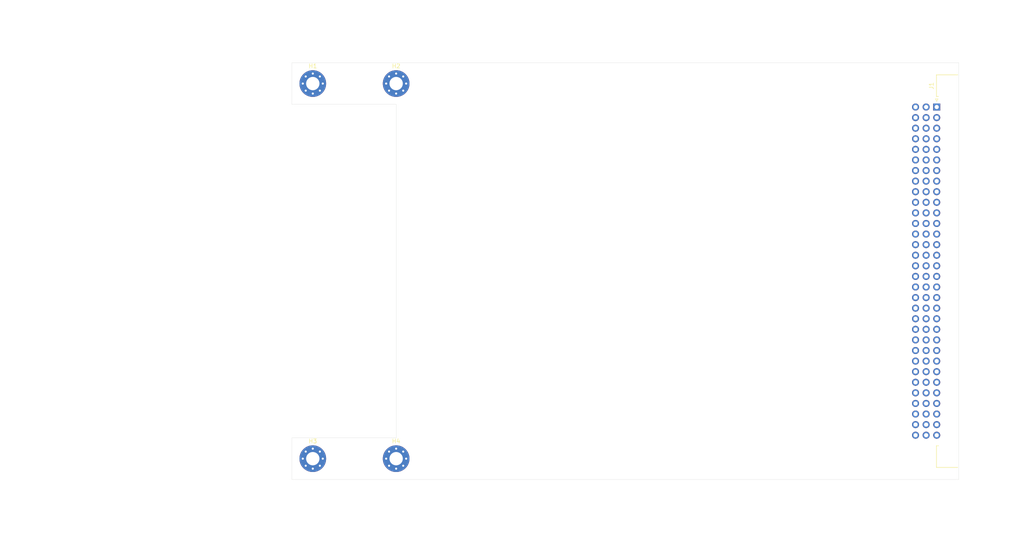
<source format=kicad_pcb>
(kicad_pcb (version 20200119) (host pcbnew "(5.99.0-1402-gb1ac504fc)")

  (general
    (thickness 1.6)
    (drawings 103)
    (tracks 0)
    (modules 5)
    (nets 1)
  )

  (page "A4")
  (layers
    (0 "F.Cu" signal)
    (31 "B.Cu" signal)
    (32 "B.Adhes" user)
    (33 "F.Adhes" user)
    (34 "B.Paste" user)
    (35 "F.Paste" user)
    (36 "B.SilkS" user)
    (37 "F.SilkS" user)
    (38 "B.Mask" user)
    (39 "F.Mask" user)
    (40 "Dwgs.User" user)
    (41 "Cmts.User" user)
    (42 "Eco1.User" user)
    (43 "Eco2.User" user)
    (44 "Edge.Cuts" user)
    (45 "Margin" user)
    (46 "B.CrtYd" user)
    (47 "F.CrtYd" user)
    (48 "B.Fab" user)
    (49 "F.Fab" user)
  )

  (setup
    (last_trace_width 0.25)
    (trace_clearance 0.2)
    (zone_clearance 0.508)
    (zone_45_only no)
    (trace_min 0.2)
    (via_size 0.8)
    (via_drill 0.4)
    (via_min_size 0.4)
    (via_min_drill 0.3)
    (uvia_size 0.3)
    (uvia_drill 0.1)
    (uvias_allowed no)
    (uvia_min_size 0.2)
    (uvia_min_drill 0.1)
    (max_error 0.005)
    (defaults
      (edge_clearance 0.01)
      (edge_cuts_line_width 0.05)
      (courtyard_line_width 0.05)
      (copper_line_width 0.2)
      (copper_text_dims (size 1.5 1.5) (thickness 0.3))
      (silk_line_width 0.12)
      (silk_text_dims (size 1 1) (thickness 0.15))
      (other_layers_line_width 0.1)
      (other_layers_text_dims (size 1 1) (thickness 0.15))
      (dimension_units 0)
      (dimension_precision 1)
    )
    (pad_size 1.7 1.7)
    (pad_drill 1)
    (pad_to_mask_clearance 0.05)
    (aux_axis_origin 0 0)
    (visible_elements FFFFFF7F)
    (pcbplotparams
      (layerselection 0x010fc_ffffffff)
      (usegerberextensions false)
      (usegerberattributes true)
      (usegerberadvancedattributes true)
      (creategerberjobfile true)
      (excludeedgelayer true)
      (linewidth 0.150000)
      (plotframeref false)
      (viasonmask false)
      (mode 1)
      (useauxorigin false)
      (hpglpennumber 1)
      (hpglpenspeed 20)
      (hpglpendiameter 15.000000)
      (psnegative false)
      (psa4output false)
      (plotreference true)
      (plotvalue true)
      (plotinvisibletext false)
      (padsonsilk false)
      (subtractmaskfromsilk false)
      (outputformat 1)
      (mirror false)
      (drillshape 1)
      (scaleselection 1)
      (outputdirectory "")
    )
  )

  (net 0 "")

  (net_class "Default" "This is the default net class."
    (clearance 0.2)
    (trace_width 0.25)
    (via_dia 0.8)
    (via_drill 0.4)
    (uvia_dia 0.3)
    (uvia_drill 0.1)
  )

  (module "DIN41612_B_3x32_Horizontal" (layer "F.Cu") (tedit 5EA62425) (tstamp 1cdbbd71-6a56-439c-89c8-40aed378c15c)
    (at 244.7 40.63 -90)
    (descr "DIN 41612 connector, type B, horizontal, 32 pins wide, 2 rows, full configuration")
    (tags "DIN 41512 IEC 60603 B")
    (fp_text reference "J1" (at -5.08 1.27 -90) (layer "F.SilkS")
      (effects (font (size 1 1) (thickness 0.15)))
    )
    (fp_text value "DIN41612_B_3x32_Horizontal" (at 39.37 8.9 -90) (layer "F.Fab")
      (effects (font (size 1 1) (thickness 0.15)))
    )
    (fp_line (start -2.53 -0.44) (end -2.53 0.06) (layer "F.SilkS") (width 0.15))
    (fp_line (start -2.53 0.06) (end -7.73 0.06) (layer "F.SilkS") (width 0.15))
    (fp_line (start -7.73 0.06) (end -7.73 -5.04) (layer "F.SilkS") (width 0.15))
    (fp_line (start 81.27 -0.44) (end 81.27 0.06) (layer "F.SilkS") (width 0.15))
    (fp_line (start 81.27 0.06) (end 86.47 0.06) (layer "F.SilkS") (width 0.15))
    (fp_line (start 86.47 0.06) (end 86.47 -5.04) (layer "F.SilkS") (width 0.15))
    (fp_line (start -1.35 0) (end -1.95 -0.3) (layer "F.SilkS") (width 0.12))
    (fp_line (start -1.95 -0.3) (end -1.95 0.3) (layer "F.SilkS") (width 0.12))
    (fp_line (start -1.95 0.3) (end -1.35 0) (layer "F.SilkS") (width 0.12))
    (fp_line (start -2.63 -0.54) (end -2.63 -0.04) (layer "F.Fab") (width 0.1))
    (fp_line (start -2.63 -0.04) (end -7.63 -0.04) (layer "F.Fab") (width 0.1))
    (fp_line (start -7.63 -0.04) (end -7.63 -5.04) (layer "F.Fab") (width 0.1))
    (fp_line (start -7.63 -5.04) (end -4.38 -5.04) (layer "F.Fab") (width 0.1))
    (fp_line (start -4.38 -5.04) (end -4.38 -12.74) (layer "F.Fab") (width 0.1))
    (fp_line (start -4.38 -12.74) (end 83.12 -12.74) (layer "F.Fab") (width 0.1))
    (fp_line (start 83.12 -12.74) (end 83.12 -5.04) (layer "F.Fab") (width 0.1))
    (fp_line (start 83.12 -5.04) (end 86.37 -5.04) (layer "F.Fab") (width 0.1))
    (fp_line (start 86.37 -5.04) (end 86.37 -0.04) (layer "F.Fab") (width 0.1))
    (fp_line (start 86.37 -0.04) (end 81.37 -0.04) (layer "F.Fab") (width 0.1))
    (fp_line (start 81.37 -0.04) (end 81.37 -0.54) (layer "F.Fab") (width 0.1))
    (fp_line (start 81.37 -0.54) (end -2.63 -0.54) (layer "F.Fab") (width 0.1))
    (fp_line (start -1.35 6.43) (end -1.35 0.46) (layer "F.CrtYd") (width 0.05))
    (fp_line (start -1.35 0.46) (end -8.13 0.46) (layer "F.CrtYd") (width 0.05))
    (fp_line (start -8.13 0.46) (end -8.13 -5.54) (layer "F.CrtYd") (width 0.05))
    (fp_line (start -8.13 -5.54) (end -4.88 -5.54) (layer "F.CrtYd") (width 0.05))
    (fp_line (start -4.88 -5.54) (end -4.88 -13.24) (layer "F.CrtYd") (width 0.05))
    (fp_line (start -4.88 -13.24) (end 83.62 -13.24) (layer "F.CrtYd") (width 0.05))
    (fp_line (start 83.62 -13.24) (end 83.62 -5.54) (layer "F.CrtYd") (width 0.05))
    (fp_line (start 83.62 -5.54) (end 86.87 -5.54) (layer "F.CrtYd") (width 0.05))
    (fp_line (start 86.87 -5.54) (end 86.87 0.46) (layer "F.CrtYd") (width 0.05))
    (fp_line (start 86.87 0.46) (end 80.87 0.46) (layer "F.CrtYd") (width 0.05))
    (fp_line (start 80.87 0.46) (end 80.09 0.46) (layer "F.CrtYd") (width 0.05))
    (fp_line (start 80.09 0.46) (end 80.09 6.43) (layer "F.CrtYd") (width 0.05))
    (fp_line (start 80.09 6.43) (end -1.35 6.43) (layer "F.CrtYd") (width 0.05))
    (fp_line (start -4.38 -5.3) (end 83.12 -5.3) (layer "Dwgs.User") (width 0.08))
    (fp_line (start 39.37 -6.8) (end 39.37 -5.4) (layer "Cmts.User") (width 0.1))
    (fp_line (start 39.17 -5.9) (end 39.37 -5.4) (layer "Cmts.User") (width 0.1))
    (fp_line (start 39.37 -5.4) (end 39.57 -5.9) (layer "Cmts.User") (width 0.1))
    (fp_text user "${REFERENCE}" (at 39.37 -2.54 -90) (layer "F.Fab")
      (effects (font (size 1 1) (thickness 0.15)))
    )
    (fp_text user "Board edge" (at 39.37 -7.3 -90) (layer "Cmts.User")
      (effects (font (size 0.7 0.7) (thickness 0.1)))
    )
    (pad "" np_thru_hole circle (at 83.82 -2.54 270) (size 2.8 2.8) (drill 2.8) (layers *.Cu *.Mask) (tstamp 73dea05a-6531-46d3-a197-0e807f003930))
    (pad "" np_thru_hole circle (at -5.08 -2.54 270) (size 2.8 2.8) (drill 2.8) (layers *.Cu *.Mask) (tstamp 54b2292e-eb34-4c0b-a9d6-58be02005da9))
    (pad "b32" thru_hole circle (at 78.74 2.54 270) (size 1.7 1.7) (drill 1) (layers *.Cu *.Mask) (tstamp e6585354-a4ec-434c-96ae-f56cd3c15443))
    (pad "a32" thru_hole circle (at 78.74 0 270) (size 1.7 1.7) (drill 1) (layers *.Cu *.Mask) (tstamp 4c3e35c2-107e-4cf9-bc6f-4668b7e1984d))
    (pad "b31" thru_hole circle (at 76.2 2.54 270) (size 1.7 1.7) (drill 1) (layers *.Cu *.Mask) (tstamp 1872f5a8-2adf-4eed-94a2-6ac1d784bbbe))
    (pad "a31" thru_hole circle (at 76.2 0 270) (size 1.7 1.7) (drill 1) (layers *.Cu *.Mask) (tstamp 325097fb-6bd0-400f-af94-d8bc9332c0a1))
    (pad "b30" thru_hole circle (at 73.66 2.54 270) (size 1.7 1.7) (drill 1) (layers *.Cu *.Mask) (tstamp 85fe6c6b-36d2-4bf7-a9ae-91dbd9d5b38e))
    (pad "a30" thru_hole circle (at 73.66 0 270) (size 1.7 1.7) (drill 1) (layers *.Cu *.Mask) (tstamp e0ec1241-43dd-4a4a-8bad-eb4d533422fd))
    (pad "b29" thru_hole circle (at 71.12 2.54 270) (size 1.7 1.7) (drill 1) (layers *.Cu *.Mask) (tstamp eb27bbc9-7221-47f1-bf7b-a5e74ddfa4a4))
    (pad "a29" thru_hole circle (at 71.12 0 270) (size 1.7 1.7) (drill 1) (layers *.Cu *.Mask) (tstamp e61e17a4-552e-46f0-9f0c-6cb171e5ce3d))
    (pad "b28" thru_hole circle (at 68.58 2.54 270) (size 1.7 1.7) (drill 1) (layers *.Cu *.Mask) (tstamp 111f1048-a327-4be6-aef1-e06ed66f9224))
    (pad "a28" thru_hole circle (at 68.58 0 270) (size 1.7 1.7) (drill 1) (layers *.Cu *.Mask) (tstamp 66f120a8-f2e5-4023-8c3c-c00ffbefccb4))
    (pad "b27" thru_hole circle (at 66.04 2.54 270) (size 1.7 1.7) (drill 1) (layers *.Cu *.Mask) (tstamp d225af73-409a-4b7b-bb0f-1f4e9627e844))
    (pad "a27" thru_hole circle (at 66.04 0 270) (size 1.7 1.7) (drill 1) (layers *.Cu *.Mask) (tstamp c9eee169-946b-45a2-a83c-b52267e59021))
    (pad "b26" thru_hole circle (at 63.5 2.54 270) (size 1.7 1.7) (drill 1) (layers *.Cu *.Mask) (tstamp 992eccf1-28fc-4d8c-bb21-6ca5a7caf6cc))
    (pad "a26" thru_hole circle (at 63.5 0 270) (size 1.7 1.7) (drill 1) (layers *.Cu *.Mask) (tstamp a9b48071-5ab0-4a1d-971c-e23546909456))
    (pad "b25" thru_hole circle (at 60.96 2.54 270) (size 1.7 1.7) (drill 1) (layers *.Cu *.Mask) (tstamp 4de000fa-2220-4190-9cd1-40d5b27f7abf))
    (pad "a25" thru_hole circle (at 60.96 0 270) (size 1.7 1.7) (drill 1) (layers *.Cu *.Mask) (tstamp 367c1380-c203-4541-b9e1-19c80c106dc8))
    (pad "b24" thru_hole circle (at 58.42 2.54 270) (size 1.7 1.7) (drill 1) (layers *.Cu *.Mask) (tstamp 05228886-9078-410e-b1c3-570dfab26393))
    (pad "a24" thru_hole circle (at 58.42 0 270) (size 1.7 1.7) (drill 1) (layers *.Cu *.Mask) (tstamp b258f065-29ac-48e3-b917-4531f312f54d))
    (pad "b23" thru_hole circle (at 55.88 2.54 270) (size 1.7 1.7) (drill 1) (layers *.Cu *.Mask) (tstamp 3f221e68-3bce-47ca-bf00-6ba9f2ddb570))
    (pad "a23" thru_hole circle (at 55.88 0 270) (size 1.7 1.7) (drill 1) (layers *.Cu *.Mask) (tstamp c73201fd-1b14-45b5-a22f-8364f4890488))
    (pad "b22" thru_hole circle (at 53.34 2.54 270) (size 1.7 1.7) (drill 1) (layers *.Cu *.Mask) (tstamp e9f2fd35-5765-4314-8f5d-bf198669e09e))
    (pad "a22" thru_hole circle (at 53.34 0 270) (size 1.7 1.7) (drill 1) (layers *.Cu *.Mask) (tstamp c6458092-6d80-42bc-9438-1ea606c38a9c))
    (pad "b21" thru_hole circle (at 50.8 2.54 270) (size 1.7 1.7) (drill 1) (layers *.Cu *.Mask) (tstamp 04c10e9c-305b-46b5-80fe-ef05246d5eb3))
    (pad "a21" thru_hole circle (at 50.8 0 270) (size 1.7 1.7) (drill 1) (layers *.Cu *.Mask) (tstamp 55201f55-a90e-483e-804b-da7404fae75a))
    (pad "b20" thru_hole circle (at 48.26 2.54 270) (size 1.7 1.7) (drill 1) (layers *.Cu *.Mask) (tstamp 7925dac4-64a8-4230-a18a-1216131071a9))
    (pad "a20" thru_hole circle (at 48.26 0 270) (size 1.7 1.7) (drill 1) (layers *.Cu *.Mask) (tstamp f5e542e4-7056-4159-87c0-4a2781ba49a5))
    (pad "b19" thru_hole circle (at 45.72 2.54 270) (size 1.7 1.7) (drill 1) (layers *.Cu *.Mask) (tstamp 8cd41079-1b4b-4835-ae01-f31df54b770c))
    (pad "a19" thru_hole circle (at 45.72 0 270) (size 1.7 1.7) (drill 1) (layers *.Cu *.Mask) (tstamp 55734f36-ea71-4aed-9c13-e5b0de343534))
    (pad "b18" thru_hole circle (at 43.18 2.54 270) (size 1.7 1.7) (drill 1) (layers *.Cu *.Mask) (tstamp fd2f98f6-2279-4704-b67a-cf71415d4be9))
    (pad "a18" thru_hole circle (at 43.18 0 270) (size 1.7 1.7) (drill 1) (layers *.Cu *.Mask) (tstamp 4b71438d-a61d-40cd-8fba-5586d5175505))
    (pad "b17" thru_hole circle (at 40.64 2.54 270) (size 1.7 1.7) (drill 1) (layers *.Cu *.Mask) (tstamp 14cb4881-5928-4535-859a-57c26a58be2d))
    (pad "a17" thru_hole circle (at 40.64 0 270) (size 1.7 1.7) (drill 1) (layers *.Cu *.Mask) (tstamp 8f66387f-033d-4bf8-b431-474cba102213))
    (pad "b16" thru_hole circle (at 38.1 2.54 270) (size 1.7 1.7) (drill 1) (layers *.Cu *.Mask) (tstamp 99654624-31fe-45ce-8140-13393b28b889))
    (pad "a16" thru_hole circle (at 38.1 0 270) (size 1.7 1.7) (drill 1) (layers *.Cu *.Mask) (tstamp b5885f06-4dce-460d-8259-9f355a55eeb9))
    (pad "b15" thru_hole circle (at 35.56 2.54 270) (size 1.7 1.7) (drill 1) (layers *.Cu *.Mask) (tstamp 7af7057e-37d5-41cd-9032-d04dff1b7215))
    (pad "a15" thru_hole circle (at 35.56 0 270) (size 1.7 1.7) (drill 1) (layers *.Cu *.Mask) (tstamp 0a5e29aa-8540-48de-89d6-e5122c62d1c1))
    (pad "b14" thru_hole circle (at 33.02 2.54 270) (size 1.7 1.7) (drill 1) (layers *.Cu *.Mask) (tstamp 0e1d0dbb-0a40-4c71-9503-059dfb5afd93))
    (pad "a14" thru_hole circle (at 33.02 0 270) (size 1.7 1.7) (drill 1) (layers *.Cu *.Mask) (tstamp 8bf123f1-5347-42f3-94e3-d753e976c4b5))
    (pad "b13" thru_hole circle (at 30.48 2.54 270) (size 1.7 1.7) (drill 1) (layers *.Cu *.Mask) (tstamp 276a85b9-7912-4c39-bd8b-0eaff8ac0ab2))
    (pad "a13" thru_hole circle (at 30.48 0 270) (size 1.7 1.7) (drill 1) (layers *.Cu *.Mask) (tstamp dffd5784-bfb3-459e-a707-cb6d3a4df1a8))
    (pad "b12" thru_hole circle (at 27.94 2.54 270) (size 1.7 1.7) (drill 1) (layers *.Cu *.Mask) (tstamp c524d100-a85f-43c6-b149-6e85e0017c3e))
    (pad "a12" thru_hole circle (at 27.94 0 270) (size 1.7 1.7) (drill 1) (layers *.Cu *.Mask) (tstamp ad6c2cc2-f7de-4804-820a-a526815152f1))
    (pad "b11" thru_hole circle (at 25.4 2.54 270) (size 1.7 1.7) (drill 1) (layers *.Cu *.Mask) (tstamp 4e49fd65-11dc-4948-8f30-9096682d1a1d))
    (pad "a11" thru_hole circle (at 25.4 0 270) (size 1.7 1.7) (drill 1) (layers *.Cu *.Mask) (tstamp 0215574e-637e-4394-854a-3505de47dd06))
    (pad "b10" thru_hole circle (at 22.86 2.54 270) (size 1.7 1.7) (drill 1) (layers *.Cu *.Mask) (tstamp b199164c-a84a-418c-b42f-906d23b3daf7))
    (pad "a10" thru_hole circle (at 22.86 0 270) (size 1.7 1.7) (drill 1) (layers *.Cu *.Mask) (tstamp 9b43eb33-b5fa-44cc-a9d0-60cfd3765038))
    (pad "b9" thru_hole circle (at 20.32 2.54 270) (size 1.7 1.7) (drill 1) (layers *.Cu *.Mask) (tstamp 81c6ac24-242a-449b-bb16-6fad1ac73c41))
    (pad "a9" thru_hole circle (at 20.32 0 270) (size 1.7 1.7) (drill 1) (layers *.Cu *.Mask) (tstamp 98527274-0c3a-45fc-b02d-efa4257bfd18))
    (pad "b8" thru_hole circle (at 17.78 2.54 270) (size 1.7 1.7) (drill 1) (layers *.Cu *.Mask) (tstamp ce144e01-6a82-44e4-b70c-809cdbc20a3e))
    (pad "a8" thru_hole circle (at 17.78 0 270) (size 1.7 1.7) (drill 1) (layers *.Cu *.Mask) (tstamp 31cd8ab5-da30-4319-b06f-f3e2a0341478))
    (pad "b7" thru_hole circle (at 15.24 2.54 270) (size 1.7 1.7) (drill 1) (layers *.Cu *.Mask) (tstamp dd1f6bce-8b37-45cc-af1b-3e87160b9747))
    (pad "a7" thru_hole circle (at 15.24 0 270) (size 1.7 1.7) (drill 1) (layers *.Cu *.Mask) (tstamp 563ffac9-f8ba-4aab-bcca-54431e092389))
    (pad "b6" thru_hole circle (at 12.7 2.54 270) (size 1.7 1.7) (drill 1) (layers *.Cu *.Mask) (tstamp 5a34350f-6c92-4a38-a932-782b770caf49))
    (pad "a6" thru_hole circle (at 12.7 0 270) (size 1.7 1.7) (drill 1) (layers *.Cu *.Mask) (tstamp 536004c6-ee96-4835-a331-e32f41a6c718))
    (pad "b5" thru_hole circle (at 10.16 2.54 270) (size 1.7 1.7) (drill 1) (layers *.Cu *.Mask) (tstamp d30857ef-bce2-473f-9d3a-b26a1b50fa31))
    (pad "a5" thru_hole circle (at 10.16 0 270) (size 1.7 1.7) (drill 1) (layers *.Cu *.Mask) (tstamp 962b9bd9-f229-4b3c-a140-04383e5f570c))
    (pad "b4" thru_hole circle (at 7.62 2.54 270) (size 1.7 1.7) (drill 1) (layers *.Cu *.Mask) (tstamp ecb432c2-db8c-4150-ac8d-b7ae190c28ef))
    (pad "a4" thru_hole circle (at 7.62 0 270) (size 1.7 1.7) (drill 1) (layers *.Cu *.Mask) (tstamp 6a4f8990-90b3-47ed-a5bf-68d1f711b11c))
    (pad "b3" thru_hole circle (at 5.08 2.54 270) (size 1.7 1.7) (drill 1) (layers *.Cu *.Mask) (tstamp 448f5298-3c47-4219-8ba2-dcb4608910e7))
    (pad "a3" thru_hole circle (at 5.08 0 270) (size 1.7 1.7) (drill 1) (layers *.Cu *.Mask) (tstamp da70dff1-e22f-464a-a50c-3cb7ae2661a7))
    (pad "b2" thru_hole circle (at 2.54 2.54 270) (size 1.7 1.7) (drill 1) (layers *.Cu *.Mask) (tstamp 6ff878aa-bd6b-4103-b462-46ae4a8444a7))
    (pad "a2" thru_hole circle (at 2.54 0 270) (size 1.7 1.7) (drill 1) (layers *.Cu *.Mask) (tstamp 7ba6a694-b091-4b88-9bb3-05844e6bec22))
    (pad "b1" thru_hole circle (at 0 2.54 270) (size 1.7 1.7) (drill 1) (layers *.Cu *.Mask) (tstamp 50bc1f5f-db9b-4c8c-add5-db68aae7f3ef))
    (pad "a1" thru_hole rect (at 0 0 270) (size 1.7 1.7) (drill 1) (layers *.Cu *.Mask) (tstamp cd1e51c6-13b8-4ebf-bd6f-0a2cdd43c38a))
    (pad "c26" thru_hole circle (at 63.5 5.08 270) (size 1.7 1.7) (drill 1) (layers *.Cu *.Mask) (tstamp 992eccf1-28fc-4d8c-bb21-6ca5a7caf6cc))
    (pad "c25" thru_hole circle (at 60.96 5.08 270) (size 1.7 1.7) (drill 1) (layers *.Cu *.Mask) (tstamp 4de000fa-2220-4190-9cd1-40d5b27f7abf))
    (pad "c27" thru_hole circle (at 66.04 5.08 270) (size 1.7 1.7) (drill 1) (layers *.Cu *.Mask) (tstamp d225af73-409a-4b7b-bb0f-1f4e9627e844))
    (pad "c6" thru_hole circle (at 12.7 5.08 270) (size 1.7 1.7) (drill 1) (layers *.Cu *.Mask) (tstamp 5a34350f-6c92-4a38-a932-782b770caf49))
    (pad "c5" thru_hole circle (at 10.16 5.08 270) (size 1.7 1.7) (drill 1) (layers *.Cu *.Mask) (tstamp d30857ef-bce2-473f-9d3a-b26a1b50fa31))
    (pad "c1" thru_hole circle (at 0 5.08 270) (size 1.7 1.7) (drill 1) (layers *.Cu *.Mask) (tstamp 50bc1f5f-db9b-4c8c-add5-db68aae7f3ef))
    (pad "c15" thru_hole circle (at 35.56 5.08 270) (size 1.7 1.7) (drill 1) (layers *.Cu *.Mask) (tstamp 7af7057e-37d5-41cd-9032-d04dff1b7215))
    (pad "c14" thru_hole circle (at 33.02 5.08 270) (size 1.7 1.7) (drill 1) (layers *.Cu *.Mask) (tstamp 0e1d0dbb-0a40-4c71-9503-059dfb5afd93))
    (pad "c4" thru_hole circle (at 7.62 5.08 270) (size 1.7 1.7) (drill 1) (layers *.Cu *.Mask) (tstamp ecb432c2-db8c-4150-ac8d-b7ae190c28ef))
    (pad "c3" thru_hole circle (at 5.08 5.08 270) (size 1.7 1.7) (drill 1) (layers *.Cu *.Mask) (tstamp 448f5298-3c47-4219-8ba2-dcb4608910e7))
    (pad "c2" thru_hole circle (at 2.54 5.08 270) (size 1.7 1.7) (drill 1) (layers *.Cu *.Mask) (tstamp 6ff878aa-bd6b-4103-b462-46ae4a8444a7))
    (pad "c18" thru_hole circle (at 43.18 5.08 270) (size 1.7 1.7) (drill 1) (layers *.Cu *.Mask) (tstamp fd2f98f6-2279-4704-b67a-cf71415d4be9))
    (pad "c31" thru_hole circle (at 76.2 5.08 270) (size 1.7 1.7) (drill 1) (layers *.Cu *.Mask) (tstamp 1872f5a8-2adf-4eed-94a2-6ac1d784bbbe))
    (pad "c11" thru_hole circle (at 25.4 5.08 270) (size 1.7 1.7) (drill 1) (layers *.Cu *.Mask) (tstamp 4e49fd65-11dc-4948-8f30-9096682d1a1d))
    (pad "c10" thru_hole circle (at 22.86 5.08 270) (size 1.7 1.7) (drill 1) (layers *.Cu *.Mask) (tstamp b199164c-a84a-418c-b42f-906d23b3daf7))
    (pad "c23" thru_hole circle (at 55.88 5.08 270) (size 1.7 1.7) (drill 1) (layers *.Cu *.Mask) (tstamp 3f221e68-3bce-47ca-bf00-6ba9f2ddb570))
    (pad "c22" thru_hole circle (at 53.34 5.08 270) (size 1.7 1.7) (drill 1) (layers *.Cu *.Mask) (tstamp e9f2fd35-5765-4314-8f5d-bf198669e09e))
    (pad "c24" thru_hole circle (at 58.42 5.08 270) (size 1.7 1.7) (drill 1) (layers *.Cu *.Mask) (tstamp 05228886-9078-410e-b1c3-570dfab26393))
    (pad "c20" thru_hole circle (at 48.26 5.08 270) (size 1.7 1.7) (drill 1) (layers *.Cu *.Mask) (tstamp 7925dac4-64a8-4230-a18a-1216131071a9))
    (pad "c19" thru_hole circle (at 45.72 5.08 270) (size 1.7 1.7) (drill 1) (layers *.Cu *.Mask) (tstamp 8cd41079-1b4b-4835-ae01-f31df54b770c))
    (pad "c9" thru_hole circle (at 20.32 5.08 270) (size 1.7 1.7) (drill 1) (layers *.Cu *.Mask) (tstamp 81c6ac24-242a-449b-bb16-6fad1ac73c41))
    (pad "c8" thru_hole circle (at 17.78 5.08 270) (size 1.7 1.7) (drill 1) (layers *.Cu *.Mask) (tstamp ce144e01-6a82-44e4-b70c-809cdbc20a3e))
    (pad "c7" thru_hole circle (at 15.24 5.08 270) (size 1.7 1.7) (drill 1) (layers *.Cu *.Mask) (tstamp dd1f6bce-8b37-45cc-af1b-3e87160b9747))
    (pad "c17" thru_hole circle (at 40.64 5.08 270) (size 1.7 1.7) (drill 1) (layers *.Cu *.Mask) (tstamp 14cb4881-5928-4535-859a-57c26a58be2d))
    (pad "c16" thru_hole circle (at 38.1 5.08 270) (size 1.7 1.7) (drill 1) (layers *.Cu *.Mask) (tstamp 99654624-31fe-45ce-8140-13393b28b889))
    (pad "c29" thru_hole circle (at 71.12 5.08 270) (size 1.7 1.7) (drill 1) (layers *.Cu *.Mask) (tstamp eb27bbc9-7221-47f1-bf7b-a5e74ddfa4a4))
    (pad "c28" thru_hole circle (at 68.58 5.08 270) (size 1.7 1.7) (drill 1) (layers *.Cu *.Mask) (tstamp 111f1048-a327-4be6-aef1-e06ed66f9224))
    (pad "c30" thru_hole circle (at 73.66 5.08 270) (size 1.7 1.7) (drill 1) (layers *.Cu *.Mask) (tstamp 85fe6c6b-36d2-4bf7-a9ae-91dbd9d5b38e))
    (pad "c13" thru_hole circle (at 30.48 5.08 270) (size 1.7 1.7) (drill 1) (layers *.Cu *.Mask) (tstamp 276a85b9-7912-4c39-bd8b-0eaff8ac0ab2))
    (pad "c12" thru_hole circle (at 27.94 5.08 270) (size 1.7 1.7) (drill 1) (layers *.Cu *.Mask) (tstamp c524d100-a85f-43c6-b149-6e85e0017c3e))
    (pad "c21" thru_hole circle (at 50.8 5.08 270) (size 1.7 1.7) (drill 1) (layers *.Cu *.Mask) (tstamp 04c10e9c-305b-46b5-80fe-ef05246d5eb3))
    (pad "c32" thru_hole circle (at 78.74 5.08 270) (size 1.7 1.7) (drill 1) (layers *.Cu *.Mask) (tstamp e6585354-a4ec-434c-96ae-f56cd3c15443))
    (model "${KISYS3DMOD}/Connector_DIN.3dshapes/DIN41612_B_2x32_Horizontal.wrl"
      (at (xyz 0 0 0))
      (scale (xyz 1 1 1))
      (rotate (xyz 0 0 0))
    )
  )

  (module "MountingHole_3.2mm_M3_Pad_Via" (layer "F.Cu") (tedit 56DDBCCA) (tstamp 7a0f5b35-588e-451c-9b27-f8f151b136ec)
    (at 115 125)
    (descr "Mounting Hole 3.2mm, M3")
    (tags "mounting hole 3.2mm m3")
    (attr virtual)
    (fp_text reference "H4" (at 0 -4.2) (layer "F.SilkS")
      (effects (font (size 1 1) (thickness 0.15)))
    )
    (fp_text value "MountingHole_3.2mm_M3_Pad_Via" (at 0 4.2) (layer "F.Fab")
      (effects (font (size 1 1) (thickness 0.15)))
    )
    (fp_circle (center 0 0) (end 3.45 0) (layer "F.CrtYd") (width 0.05))
    (fp_circle (center 0 0) (end 3.2 0) (layer "Cmts.User") (width 0.15))
    (fp_text user "${REFERENCE}" (at 0.3 0) (layer "F.Fab")
      (effects (font (size 1 1) (thickness 0.15)))
    )
    (pad "1" thru_hole circle (at 0 0) (size 6.4 6.4) (drill 3.2) (layers *.Cu *.Mask) (tstamp 65ec38a3-edcc-476c-bcfa-408b0ddbc6e2))
    (pad "1" thru_hole circle (at 2.4 0) (size 0.8 0.8) (drill 0.5) (layers *.Cu *.Mask) (tstamp 80bd13e6-8e1b-414a-9ae3-84611bced91f))
    (pad "1" thru_hole circle (at 1.697056 1.697056) (size 0.8 0.8) (drill 0.5) (layers *.Cu *.Mask) (tstamp ddefdc23-7a3d-48c6-a735-6e5ca83377da))
    (pad "1" thru_hole circle (at 0 2.4) (size 0.8 0.8) (drill 0.5) (layers *.Cu *.Mask) (tstamp 20e5cdfe-f63a-425e-9362-522a6ceacddf))
    (pad "1" thru_hole circle (at -1.697056 1.697056) (size 0.8 0.8) (drill 0.5) (layers *.Cu *.Mask) (tstamp 0b79dd75-e339-4f39-9175-5cd393c6c06f))
    (pad "1" thru_hole circle (at -2.4 0) (size 0.8 0.8) (drill 0.5) (layers *.Cu *.Mask) (tstamp 809fe681-597c-4e09-a67e-7d63dcaabcf2))
    (pad "1" thru_hole circle (at -1.697056 -1.697056) (size 0.8 0.8) (drill 0.5) (layers *.Cu *.Mask) (tstamp 5e762e08-c1d2-48c2-abe8-94e23ed3ee16))
    (pad "1" thru_hole circle (at 0 -2.4) (size 0.8 0.8) (drill 0.5) (layers *.Cu *.Mask) (tstamp 712f7a8c-646d-43a8-ab98-d7655021d0c2))
    (pad "1" thru_hole circle (at 1.697056 -1.697056) (size 0.8 0.8) (drill 0.5) (layers *.Cu *.Mask) (tstamp a5e8b853-6ddb-49b0-b4ce-2caba68edde4))
  )

  (module "MountingHole_3.2mm_M3_Pad_Via" (layer "F.Cu") (tedit 56DDBCCA) (tstamp 03fe7860-6f8b-48d4-98b5-1de62a3b4c83)
    (at 95 125)
    (descr "Mounting Hole 3.2mm, M3")
    (tags "mounting hole 3.2mm m3")
    (attr virtual)
    (fp_text reference "H3" (at 0 -4.2) (layer "F.SilkS")
      (effects (font (size 1 1) (thickness 0.15)))
    )
    (fp_text value "MountingHole_3.2mm_M3_Pad_Via" (at 0 4.2) (layer "F.Fab")
      (effects (font (size 1 1) (thickness 0.15)))
    )
    (fp_text user "${REFERENCE}" (at 0.3 0) (layer "F.Fab")
      (effects (font (size 1 1) (thickness 0.15)))
    )
    (fp_circle (center 0 0) (end 3.2 0) (layer "Cmts.User") (width 0.15))
    (fp_circle (center 0 0) (end 3.45 0) (layer "F.CrtYd") (width 0.05))
    (pad "1" thru_hole circle (at 1.697056 -1.697056) (size 0.8 0.8) (drill 0.5) (layers *.Cu *.Mask) (tstamp a5e8b853-6ddb-49b0-b4ce-2caba68edde4))
    (pad "1" thru_hole circle (at 0 -2.4) (size 0.8 0.8) (drill 0.5) (layers *.Cu *.Mask) (tstamp 712f7a8c-646d-43a8-ab98-d7655021d0c2))
    (pad "1" thru_hole circle (at -1.697056 -1.697056) (size 0.8 0.8) (drill 0.5) (layers *.Cu *.Mask) (tstamp 5e762e08-c1d2-48c2-abe8-94e23ed3ee16))
    (pad "1" thru_hole circle (at -2.4 0) (size 0.8 0.8) (drill 0.5) (layers *.Cu *.Mask) (tstamp 809fe681-597c-4e09-a67e-7d63dcaabcf2))
    (pad "1" thru_hole circle (at -1.697056 1.697056) (size 0.8 0.8) (drill 0.5) (layers *.Cu *.Mask) (tstamp 0b79dd75-e339-4f39-9175-5cd393c6c06f))
    (pad "1" thru_hole circle (at 0 2.4) (size 0.8 0.8) (drill 0.5) (layers *.Cu *.Mask) (tstamp 20e5cdfe-f63a-425e-9362-522a6ceacddf))
    (pad "1" thru_hole circle (at 1.697056 1.697056) (size 0.8 0.8) (drill 0.5) (layers *.Cu *.Mask) (tstamp ddefdc23-7a3d-48c6-a735-6e5ca83377da))
    (pad "1" thru_hole circle (at 2.4 0) (size 0.8 0.8) (drill 0.5) (layers *.Cu *.Mask) (tstamp 80bd13e6-8e1b-414a-9ae3-84611bced91f))
    (pad "1" thru_hole circle (at 0 0) (size 6.4 6.4) (drill 3.2) (layers *.Cu *.Mask) (tstamp 65ec38a3-edcc-476c-bcfa-408b0ddbc6e2))
  )

  (module "MountingHole_3.2mm_M3_Pad_Via" (layer "F.Cu") (tedit 56DDBCCA) (tstamp 49ee4baa-9fab-46fe-908d-3732931e69de)
    (at 115 35)
    (descr "Mounting Hole 3.2mm, M3")
    (tags "mounting hole 3.2mm m3")
    (attr virtual)
    (fp_text reference "H2" (at 0 -4.2) (layer "F.SilkS")
      (effects (font (size 1 1) (thickness 0.15)))
    )
    (fp_text value "MountingHole_3.2mm_M3_Pad_Via" (at 0 4.2) (layer "F.Fab")
      (effects (font (size 1 1) (thickness 0.15)))
    )
    (fp_circle (center 0 0) (end 3.45 0) (layer "F.CrtYd") (width 0.05))
    (fp_circle (center 0 0) (end 3.2 0) (layer "Cmts.User") (width 0.15))
    (fp_text user "${REFERENCE}" (at 0.3 0) (layer "F.Fab")
      (effects (font (size 1 1) (thickness 0.15)))
    )
    (pad "1" thru_hole circle (at 0 0) (size 6.4 6.4) (drill 3.2) (layers *.Cu *.Mask) (tstamp 65ec38a3-edcc-476c-bcfa-408b0ddbc6e2))
    (pad "1" thru_hole circle (at 2.4 0) (size 0.8 0.8) (drill 0.5) (layers *.Cu *.Mask) (tstamp 80bd13e6-8e1b-414a-9ae3-84611bced91f))
    (pad "1" thru_hole circle (at 1.697056 1.697056) (size 0.8 0.8) (drill 0.5) (layers *.Cu *.Mask) (tstamp ddefdc23-7a3d-48c6-a735-6e5ca83377da))
    (pad "1" thru_hole circle (at 0 2.4) (size 0.8 0.8) (drill 0.5) (layers *.Cu *.Mask) (tstamp 20e5cdfe-f63a-425e-9362-522a6ceacddf))
    (pad "1" thru_hole circle (at -1.697056 1.697056) (size 0.8 0.8) (drill 0.5) (layers *.Cu *.Mask) (tstamp 0b79dd75-e339-4f39-9175-5cd393c6c06f))
    (pad "1" thru_hole circle (at -2.4 0) (size 0.8 0.8) (drill 0.5) (layers *.Cu *.Mask) (tstamp 809fe681-597c-4e09-a67e-7d63dcaabcf2))
    (pad "1" thru_hole circle (at -1.697056 -1.697056) (size 0.8 0.8) (drill 0.5) (layers *.Cu *.Mask) (tstamp 5e762e08-c1d2-48c2-abe8-94e23ed3ee16))
    (pad "1" thru_hole circle (at 0 -2.4) (size 0.8 0.8) (drill 0.5) (layers *.Cu *.Mask) (tstamp 712f7a8c-646d-43a8-ab98-d7655021d0c2))
    (pad "1" thru_hole circle (at 1.697056 -1.697056) (size 0.8 0.8) (drill 0.5) (layers *.Cu *.Mask) (tstamp a5e8b853-6ddb-49b0-b4ce-2caba68edde4))
  )

  (module "MountingHole_3.2mm_M3_Pad_Via" (layer "F.Cu") (tedit 56DDBCCA) (tstamp 560ab074-b98d-4f4c-8208-e497d4a44369)
    (at 95 35)
    (descr "Mounting Hole 3.2mm, M3")
    (tags "mounting hole 3.2mm m3")
    (attr virtual)
    (fp_text reference "H1" (at 0 -4.2) (layer "F.SilkS")
      (effects (font (size 1 1) (thickness 0.15)))
    )
    (fp_text value "MountingHole_3.2mm_M3_Pad_Via" (at 0 4.2) (layer "F.Fab")
      (effects (font (size 1 1) (thickness 0.15)))
    )
    (fp_text user "${REFERENCE}" (at 0.3 0) (layer "F.Fab")
      (effects (font (size 1 1) (thickness 0.15)))
    )
    (fp_circle (center 0 0) (end 3.2 0) (layer "Cmts.User") (width 0.15))
    (fp_circle (center 0 0) (end 3.45 0) (layer "F.CrtYd") (width 0.05))
    (pad "1" thru_hole circle (at 1.697056 -1.697056) (size 0.8 0.8) (drill 0.5) (layers *.Cu *.Mask) (tstamp a5e8b853-6ddb-49b0-b4ce-2caba68edde4))
    (pad "1" thru_hole circle (at 0 -2.4) (size 0.8 0.8) (drill 0.5) (layers *.Cu *.Mask) (tstamp 712f7a8c-646d-43a8-ab98-d7655021d0c2))
    (pad "1" thru_hole circle (at -1.697056 -1.697056) (size 0.8 0.8) (drill 0.5) (layers *.Cu *.Mask) (tstamp 5e762e08-c1d2-48c2-abe8-94e23ed3ee16))
    (pad "1" thru_hole circle (at -2.4 0) (size 0.8 0.8) (drill 0.5) (layers *.Cu *.Mask) (tstamp 809fe681-597c-4e09-a67e-7d63dcaabcf2))
    (pad "1" thru_hole circle (at -1.697056 1.697056) (size 0.8 0.8) (drill 0.5) (layers *.Cu *.Mask) (tstamp 0b79dd75-e339-4f39-9175-5cd393c6c06f))
    (pad "1" thru_hole circle (at 0 2.4) (size 0.8 0.8) (drill 0.5) (layers *.Cu *.Mask) (tstamp 20e5cdfe-f63a-425e-9362-522a6ceacddf))
    (pad "1" thru_hole circle (at 1.697056 1.697056) (size 0.8 0.8) (drill 0.5) (layers *.Cu *.Mask) (tstamp ddefdc23-7a3d-48c6-a735-6e5ca83377da))
    (pad "1" thru_hole circle (at 2.4 0) (size 0.8 0.8) (drill 0.5) (layers *.Cu *.Mask) (tstamp 80bd13e6-8e1b-414a-9ae3-84611bced91f))
    (pad "1" thru_hole circle (at 0 0) (size 6.4 6.4) (drill 3.2) (layers *.Cu *.Mask) (tstamp 65ec38a3-edcc-476c-bcfa-408b0ddbc6e2))
  )

  (dimension 5 (width 0.1) (layer "Dwgs.User") (tstamp 2c74e227-6f4f-4056-ad0d-7fa2c3849d47)
    (gr_text "5.000 mm" (at 121.25 32.5 270) (layer "Dwgs.User") (tstamp 2c74e227-6f4f-4056-ad0d-7fa2c3849d47)
      (effects (font (size 1 1) (thickness 0.15)))
    )
    (feature1 (pts (xy 115 35) (xy 120.586421 35)))
    (feature2 (pts (xy 115 30) (xy 120.586421 30)))
    (crossbar (pts (xy 120 30) (xy 120 35)))
    (arrow1a (pts (xy 120 35) (xy 119.413579 33.873496)))
    (arrow1b (pts (xy 120 35) (xy 120.586421 33.873496)))
    (arrow2a (pts (xy 120 30) (xy 119.413579 31.126504)))
    (arrow2b (pts (xy 120 30) (xy 120.586421 31.126504)))
  )
  (gr_poly (pts (xy 95 27) (xy 89 27) (xy 89 23) (xy 95 23)) (layer "Dwgs.User") (width 0.1) (tstamp bc7fdb85-cfa9-4889-bcc6-3d211f7c6bcd))
  (gr_text "RAF M0171-SS\nor equiv" (at 80 146) (layer "Dwgs.User") (tstamp a248d4a0-fcea-4c08-b387-fe4655b60509)
    (effects (font (size 1 1) (thickness 0.15)))
  )
  (gr_line (start 93 138) (end 93.5 137.75) (layer "Dwgs.User") (width 0.1) (tstamp da94335c-fb6b-45ae-a4d9-6352c3e66636))
  (gr_line (start 93 138) (end 93.25 138.5) (layer "Dwgs.User") (width 0.1) (tstamp 2b58065d-677d-4eae-855a-8048b72acdd5))
  (gr_line (start 97 139) (end 93 138) (layer "Dwgs.User") (width 0.1) (tstamp efba5e5e-ea7f-432f-8cb1-e60b0ad2f1b1))
  (gr_text "spacer, 5mm×ID=4mm\nwelded to chassis" (at 106 139) (layer "Dwgs.User") (tstamp f9a99cf9-68f6-4f5d-8886-3d5602b59f2e)
    (effects (font (size 1 1) (thickness 0.15)))
  )
  (gr_poly (pts (xy 95 137) (xy 89 137) (xy 89 133) (xy 95 133)) (layer "Dwgs.User") (width 0.1) (tstamp 46f40275-5a29-451d-92dc-dde28db5f7a8))
  (gr_text "hole dia 2.5mm\ntap M3x0.5" (at 106 135) (layer "Dwgs.User") (tstamp 9f4151a7-88e2-4118-8559-2ebd11030a14)
    (effects (font (size 1 1) (thickness 0.15)))
  )
  (gr_text "Bend radius" (at 60 38) (layer "Dwgs.User") (tstamp 24f4b936-3c41-4897-8e3b-3ee6bfb00703)
    (effects (font (size 1 1) (thickness 0.15)))
  )
  (gr_line (start 51 38) (end 55 38) (layer "Dwgs.User") (width 0.1) (tstamp a70fbed1-abae-4d28-ab33-c3189bbb0e97))
  (gr_line (start 51 38) (end 51.5 38.5) (layer "Dwgs.User") (width 0.1) (tstamp 6a632456-2a09-48e5-8398-183686db1448))
  (gr_line (start 51 38) (end 51.5 37.5) (layer "Dwgs.User") (width 0.1) (tstamp b04f33cf-95ea-41d4-9c4f-71ae9dbb8fbd))
  (gr_line (start 51 31) (end 51 39) (layer "Dwgs.User") (width 0.1) (tstamp 55018119-4846-46b7-81b5-daf9540a50f1))
  (dimension 12 (width 0.1) (layer "Dwgs.User") (tstamp 0b42a070-f969-497e-bfb5-d961121a0bff)
    (gr_text "12.000 mm" (at 56 26.25) (layer "Dwgs.User") (tstamp 0b42a070-f969-497e-bfb5-d961121a0bff)
      (effects (font (size 1 1) (thickness 0.15)))
    )
    (feature1 (pts (xy 62 25) (xy 62 25.586421)))
    (feature2 (pts (xy 50 25) (xy 50 25.586421)))
    (crossbar (pts (xy 50 25) (xy 62 25)))
    (arrow1a (pts (xy 62 25) (xy 60.873496 25.586421)))
    (arrow1b (pts (xy 62 25) (xy 60.873496 24.413579)))
    (arrow2a (pts (xy 50 25) (xy 51.126504 25.586421)))
    (arrow2b (pts (xy 50 25) (xy 51.126504 24.413579)))
  )
  (dimension 5 (width 0.1) (layer "Dwgs.User") (tstamp fa38f6bb-a397-455f-8874-218a7257a822)
    (gr_text "5.000 mm" (at 67.25 22.5 270) (layer "Dwgs.User") (tstamp fa38f6bb-a397-455f-8874-218a7257a822)
      (effects (font (size 1 1) (thickness 0.15)))
    )
    (feature1 (pts (xy 62 25) (xy 66.586421 25)))
    (feature2 (pts (xy 62 20) (xy 66.586421 20)))
    (crossbar (pts (xy 66 20) (xy 66 25)))
    (arrow1a (pts (xy 66 25) (xy 65.413579 23.873496)))
    (arrow1b (pts (xy 66 25) (xy 66.586421 23.873496)))
    (arrow2a (pts (xy 66 20) (xy 65.413579 21.126504)))
    (arrow2b (pts (xy 66 20) (xy 66.586421 21.126504)))
  )
  (gr_text "d=3.2mm" (at 34 125) (layer "Dwgs.User") (tstamp 276c66f7-5a96-4d5f-b2ef-bda90be0253b)
    (effects (font (size 1 1) (thickness 0.15)))
  )
  (gr_text "d=3.2mm\nno tap" (at 34 35) (layer "Dwgs.User") (tstamp aeb50144-e3e6-4bbf-9fcf-241b67f8a036)
    (effects (font (size 1 1) (thickness 0.15)))
  )
  (gr_text "d=2.5mm\ntap M3x0.5" (at 62 22) (layer "Dwgs.User") (tstamp ee9a6a0a-a9a6-4f7e-be7a-b3ef2130bf00)
    (effects (font (size 1 1) (thickness 0.15)))
  )
  (dimension 20 (width 0.1) (layer "Dwgs.User") (tstamp 5a1953dc-9ada-489b-a08d-c5e5ecd99bda)
    (gr_text "20.000 mm" (at 33 30.750001) (layer "Dwgs.User") (tstamp 5a1953dc-9ada-489b-a08d-c5e5ecd99bda)
      (effects (font (size 1 1) (thickness 0.15)))
    )
    (feature1 (pts (xy 23 35) (xy 23 31.41358)))
    (feature2 (pts (xy 43 35) (xy 43 31.41358)))
    (crossbar (pts (xy 43 32.000001) (xy 23 32.000001)))
    (arrow1a (pts (xy 23 32.000001) (xy 24.126504 31.41358)))
    (arrow1b (pts (xy 23 32.000001) (xy 24.126504 32.586422)))
    (arrow2a (pts (xy 43 32.000001) (xy 41.873496 31.41358)))
    (arrow2b (pts (xy 43 32.000001) (xy 41.873496 32.586422)))
  )
  (dimension 7 (width 0.1) (layer "Dwgs.User") (tstamp 721164bf-f1b9-4997-ae28-bf6c6386aae4)
    (gr_text "7.000 mm" (at 46.5 30.75) (layer "Dwgs.User") (tstamp 721164bf-f1b9-4997-ae28-bf6c6386aae4)
      (effects (font (size 1 1) (thickness 0.15)))
    )
    (feature1 (pts (xy 50 35) (xy 50 31.413579)))
    (feature2 (pts (xy 43 35) (xy 43 31.413579)))
    (crossbar (pts (xy 43 32) (xy 50 32)))
    (arrow1a (pts (xy 50 32) (xy 48.873496 32.586421)))
    (arrow1b (pts (xy 50 32) (xy 48.873496 31.413579)))
    (arrow2a (pts (xy 43 32) (xy 44.126504 32.586421)))
    (arrow2b (pts (xy 43 32) (xy 44.126504 31.413579)))
  )
  (dimension 5 (width 0.1) (layer "Dwgs.User") (tstamp 2de64dd1-27a9-4cb4-b11f-27aee655e3ad)
    (gr_text "5.000 mm" (at 92.5 42.25) (layer "Dwgs.User") (tstamp 2de64dd1-27a9-4cb4-b11f-27aee655e3ad)
      (effects (font (size 1 1) (thickness 0.15)))
    )
    (feature1 (pts (xy 95 40) (xy 95 41.586421)))
    (feature2 (pts (xy 90 40) (xy 90 41.586421)))
    (crossbar (pts (xy 90 41) (xy 95 41)))
    (arrow1a (pts (xy 95 41) (xy 93.873496 41.586421)))
    (arrow1b (pts (xy 95 41) (xy 93.873496 40.413579)))
    (arrow2a (pts (xy 90 41) (xy 91.126504 41.586421)))
    (arrow2b (pts (xy 90 41) (xy 91.126504 40.413579)))
  )
  (dimension 25 (width 0.1) (layer "Dwgs.User") (tstamp 1bd847d4-6260-431d-a6f2-5d481d1f8fd4)
    (gr_text "25.000 mm" (at 102.5 45.25) (layer "Dwgs.User") (tstamp 1bd847d4-6260-431d-a6f2-5d481d1f8fd4)
      (effects (font (size 1 1) (thickness 0.15)))
    )
    (feature1 (pts (xy 115 40) (xy 115 44.586421)))
    (feature2 (pts (xy 90 40) (xy 90 44.586421)))
    (crossbar (pts (xy 90 44) (xy 115 44)))
    (arrow1a (pts (xy 115 44) (xy 113.873496 44.586421)))
    (arrow1b (pts (xy 115 44) (xy 113.873496 43.413579)))
    (arrow2a (pts (xy 90 44) (xy 91.126504 44.586421)))
    (arrow2b (pts (xy 90 44) (xy 91.126504 43.413579)))
  )
  (dimension 100 (width 0.1) (layer "Dwgs.User") (tstamp 272ffe5d-ee40-41ca-b775-0788fa872c52)
    (gr_text "100.000 mm" (at 264.25 80 270) (layer "Dwgs.User") (tstamp 272ffe5d-ee40-41ca-b775-0788fa872c52)
      (effects (font (size 1 1) (thickness 0.15)))
    )
    (feature1 (pts (xy 250 130) (xy 263.586421 130)))
    (feature2 (pts (xy 250 30) (xy 263.586421 30)))
    (crossbar (pts (xy 263 30) (xy 263 130)))
    (arrow1a (pts (xy 263 130) (xy 262.413579 128.873496)))
    (arrow1b (pts (xy 263 130) (xy 263.586421 128.873496)))
    (arrow2a (pts (xy 263 30) (xy 262.413579 31.126504)))
    (arrow2b (pts (xy 263 30) (xy 263.586421 31.126504)))
  )
  (dimension 160 (width 0.1) (layer "Dwgs.User") (tstamp 181589d4-412d-473c-8ed2-fdcba421a4f3)
    (gr_text "160.000 mm" (at 170 132.25) (layer "Dwgs.User") (tstamp 181589d4-412d-473c-8ed2-fdcba421a4f3)
      (effects (font (size 1 1) (thickness 0.15)))
    )
    (feature1 (pts (xy 250 130) (xy 250 131.586421)))
    (feature2 (pts (xy 90 130) (xy 90 131.586421)))
    (crossbar (pts (xy 90 131) (xy 250 131)))
    (arrow1a (pts (xy 250 131) (xy 248.873496 131.586421)))
    (arrow1b (pts (xy 250 131) (xy 248.873496 130.413579)))
    (arrow2a (pts (xy 90 131) (xy 91.126504 131.586421)))
    (arrow2b (pts (xy 90 131) (xy 91.126504 130.413579)))
  )
  (gr_text "Full copper fill\nboth sides" (at 105 125) (layer "Dwgs.User") (tstamp b5af5d69-50dd-48a0-9535-97076e3ae376)
    (effects (font (size 1.5 1) (thickness 0.15)))
  )
  (gr_text "Full copper fill\nboth sides" (at 105 35) (layer "Dwgs.User") (tstamp ca7d60c5-8900-4fbd-9487-e45e6969bbcb)
    (effects (font (size 1.5 1) (thickness 0.15)))
  )
  (gr_arc (start 50.5 131.5) (end 50.5 131) (angle -90) (layer "Dwgs.User") (width 0.1) (tstamp 2cd84751-3742-4581-b71e-85df1e9cf23b))
  (gr_arc (start 50.5 118.5) (end 50 118.5) (angle -90) (layer "Dwgs.User") (width 0.1) (tstamp 75716eda-3f05-465f-873c-bfc2f223fed0))
  (gr_arc (start 50.5 41.5) (end 50.5 41) (angle -90) (layer "Dwgs.User") (width 0.1) (tstamp ee6971a5-bcb9-4b82-9de9-91a0002baf72))
  (gr_arc (start 50.5 28.5) (end 50 28.5) (angle -90) (layer "Dwgs.User") (width 0.1) (tstamp bd98d4b8-4b02-47e7-8ebd-e35b11891fab))
  (gr_arc (start 52.5 29.5) (end 52.5 30) (angle -180) (layer "Dwgs.User") (width 0.1) (tstamp dabafa2e-dbd7-4c0a-92ba-7d0696a0430b))
  (gr_arc (start 52.5 40.5) (end 52.5 41) (angle -180) (layer "Dwgs.User") (width 0.1) (tstamp a3ecd614-60d8-4e17-87ce-d1a236a02eb6))
  (gr_arc (start 52.5 119.5) (end 52.5 120) (angle -180) (layer "Dwgs.User") (width 0.1) (tstamp 4ac387b0-9369-42d2-9357-44a9a0c92a2f))
  (gr_arc (start 52.5 130.5) (end 52.5 131) (angle -180) (layer "Dwgs.User") (width 0.1) (tstamp 862cae56-6566-4c82-945d-d187de57fff4))
  (gr_arc (start 73 139) (end 73 140) (angle -90) (layer "Dwgs.User") (width 0.1) (tstamp 9274ab56-7e4b-46f8-bf54-b2538d246633))
  (gr_arc (start 51 139) (end 50 139) (angle -90) (layer "Dwgs.User") (width 0.1) (tstamp efa210f2-51fb-404d-9179-4cb84ca6b9fb))
  (gr_arc (start 73 21) (end 74 21) (angle -90) (layer "Dwgs.User") (width 0.1) (tstamp d02cdce1-cfd5-4e2c-9fab-9327a6adc783))
  (gr_arc (start 51 21) (end 51 20) (angle -90) (layer "Dwgs.User") (width 0.1) (tstamp 47fea5d7-ba32-473d-adbf-4690e7d17f06))
  (gr_text "optional short cut" (at 37 80 90) (layer "Dwgs.User") (tstamp 54e969cf-066d-4304-a5d1-66631eaab204)
    (effects (font (size 1.5 1.5) (thickness 0.15) italic))
  )
  (gr_line (start 39 15) (end 39 145) (layer "Dwgs.User") (width 0.1) (tstamp 20912b40-17e9-4f25-99c2-c3c470d66656))
  (gr_circle (center 43 125) (end 44.6 125) (layer "Dwgs.User") (width 0.1) (tstamp d04d2e2d-52a4-4596-8384-70993d935db1))
  (gr_circle (center 23 125) (end 24.6 125) (layer "Dwgs.User") (width 0.1) (tstamp d82748c1-cb0a-4a95-9154-8d910d544138))
  (gr_circle (center 23 35) (end 24.6 35) (layer "Dwgs.User") (width 0.1) (tstamp 5853d8bd-0142-4b82-9a27-79a49545d94d))
  (gr_circle (center 43 35) (end 44.6 35) (layer "Dwgs.User") (width 0.1) (tstamp cd8ee17e-9180-40e2-a71a-f99a270143f0))
  (gr_line (start 52.5 30) (end 50 30) (layer "Dwgs.User") (width 0.1) (tstamp c75baa54-93f5-4103-ba25-bd30c2e80053))
  (gr_line (start 50.5 29) (end 52.5 29) (layer "Dwgs.User") (width 0.1) (tstamp 0b2d8ec3-3fd1-4f3c-a6bd-315bcd5179de))
  (gr_line (start 52.5 40) (end 50 40) (layer "Dwgs.User") (width 0.1) (tstamp d6145a3a-469d-4370-87b0-4b87bd88df1d))
  (gr_line (start 50.5 41) (end 52.5 41) (layer "Dwgs.User") (width 0.1) (tstamp 54333b7e-2cf1-4e5f-b233-05845b671315))
  (gr_line (start 52.5 130) (end 50 130) (layer "Dwgs.User") (width 0.1) (tstamp a61b7555-6ecc-4d04-aadf-87d3c56daff4))
  (gr_line (start 50.5 131) (end 52.5 131) (layer "Dwgs.User") (width 0.1) (tstamp 895dc09a-954b-49d5-bb41-e9369d1bf136))
  (gr_line (start 52.5 120) (end 50 120) (layer "Dwgs.User") (width 0.1) (tstamp b0a720db-cc94-41c9-84f8-51ad0e080f7c))
  (gr_line (start 50.5 119) (end 52.5 119) (layer "Dwgs.User") (width 0.1) (tstamp 0760afb0-6dfa-4d3a-a9ea-a1fba905a2e5))
  (gr_line (start 50 131.5) (end 50 139) (layer "Dwgs.User") (width 0.1) (tstamp 2dc4e37c-27d6-4345-b7f7-3907096ae87b))
  (gr_line (start 20 130) (end 50 130) (layer "Dwgs.User") (width 0.1) (tstamp f5b30b04-7bf4-4382-a0cf-ca464ec39082))
  (gr_line (start 20 120) (end 20 130) (layer "Dwgs.User") (width 0.1) (tstamp c6163b69-4335-4d21-a705-c619d6634fb5))
  (gr_line (start 50 120) (end 20 120) (layer "Dwgs.User") (width 0.1) (tstamp c5e376fa-7e25-4236-971b-396db2a1fb04))
  (gr_line (start 50 41.5) (end 50 118.5) (layer "Dwgs.User") (width 0.1) (tstamp 1528e48c-ba27-4a3a-ae28-234e66dcdb6a))
  (gr_line (start 20 40) (end 50 40) (layer "Dwgs.User") (width 0.1) (tstamp 66f46ec3-73cf-489c-a4a9-44f37b711ba2))
  (gr_line (start 20 30) (end 20 40) (layer "Dwgs.User") (width 0.1) (tstamp b13ffa37-b944-4bfa-b598-f9f349c2cf38))
  (gr_line (start 50 30) (end 20 30) (layer "Dwgs.User") (width 0.1) (tstamp a17d030d-b936-4317-b43a-190726c61f0c))
  (gr_line (start 50 21) (end 50 28.5) (layer "Dwgs.User") (width 0.1) (tstamp ecc54551-ae4e-4741-8fd9-9d1af4826f98))
  (gr_circle (center 62 135) (end 63.25 135) (layer "Dwgs.User") (width 0.1) (tstamp 28849804-ef60-40c3-bcc7-727ba50346bd))
  (gr_circle (center 62 25) (end 63.25 25) (layer "Dwgs.User") (width 0.1) (tstamp 913c8bc0-8a34-4215-8825-2e8e7de407d1))
  (dimension 24 (width 0.1) (layer "Dwgs.User") (tstamp 1ceb8b63-4254-4619-9d69-e9a54379b40c)
    (gr_text "24.000 mm" (at 62 15.75) (layer "Dwgs.User") (tstamp 1ceb8b63-4254-4619-9d69-e9a54379b40c)
      (effects (font (size 1 1) (thickness 0.15)))
    )
    (feature1 (pts (xy 74 19) (xy 74 16.413579)))
    (feature2 (pts (xy 50 19) (xy 50 16.413579)))
    (crossbar (pts (xy 50 17) (xy 74 17)))
    (arrow1a (pts (xy 74 17) (xy 72.873496 17.586421)))
    (arrow1b (pts (xy 74 17) (xy 72.873496 16.413579)))
    (arrow2a (pts (xy 50 17) (xy 51.126504 17.586421)))
    (arrow2b (pts (xy 50 17) (xy 51.126504 16.413579)))
  )
  (gr_line (start 73 140) (end 51 140) (layer "Dwgs.User") (width 0.1) (tstamp 6c69f022-31de-4002-a20c-8517eb3bc1db))
  (gr_line (start 74 21) (end 74 139) (layer "Dwgs.User") (width 0.1) (tstamp 5fdaae67-842c-4ffa-99eb-9b29177aad9a))
  (gr_line (start 51 20) (end 73 20) (layer "Dwgs.User") (width 0.1) (tstamp b7a2901e-2022-4fb7-981a-c9c41cfff59b))
  (gr_text "Chassis" (at 103 143) (layer "Dwgs.User") (tstamp fc142b8d-93cf-4da4-aafd-9ec0fb25773e)
    (effects (font (size 2 2) (thickness 0.15)))
  )
  (gr_line (start 95 29) (end 95 15) (layer "Dwgs.User") (width 0.1) (tstamp 91ec47bb-2887-4fd8-b0a5-e2b6f1c6463c))
  (gr_line (start 96 29) (end 95 29) (layer "Dwgs.User") (width 0.1) (tstamp 3764d507-9582-4f2b-96fe-ff31e910a368))
  (gr_line (start 96 15) (end 96 29) (layer "Dwgs.User") (width 0.1) (tstamp d6623fb0-24a9-4bb9-90d0-6f2cf0f15a4e))
  (gr_line (start 96 130) (end 96 144) (layer "Dwgs.User") (width 0.1) (tstamp 7351f854-d899-48f3-98f9-8df5f18565a7))
  (gr_line (start 95 130) (end 96 130) (layer "Dwgs.User") (width 0.1) (tstamp 9e6986b3-6dde-4cda-ba92-74be34a597cd))
  (gr_line (start 95 144) (end 95 130) (layer "Dwgs.User") (width 0.1) (tstamp c3f17bc8-5621-4c1a-bf7f-18cc8059b80a))
  (gr_line (start 81 136) (end 82 135) (layer "Dwgs.User") (width 0.1) (tstamp 4b93646e-8e76-46a1-becb-6807ba3d3cc2))
  (gr_line (start 82 135) (end 81 134) (layer "Dwgs.User") (width 0.1) (tstamp f5e95988-1e4f-449c-8ac2-e64058cebf7a))
  (gr_line (start 78 135) (end 82 135) (layer "Dwgs.User") (width 0.1) (tstamp ea9fc105-5a66-4cc4-8751-ddefdb80db0c))
  (gr_text "Captive\npanel\nscrews" (at 80 140) (layer "Dwgs.User") (tstamp 28849a19-c75b-4d85-b98f-7829ae0ee361)
    (effects (font (size 1.5 1.5) (thickness 0.15)))
  )
  (gr_line (start 87 23.5) (end 87 26.5) (layer "Dwgs.User") (width 0.1) (tstamp e37acf2f-2e51-4d1c-ba6b-c4a9f42c1ccd))
  (gr_line (start 84 23.5) (end 87 23.5) (layer "Dwgs.User") (width 0.1) (tstamp b3f69aad-9078-405a-a060-4f682ac7e842))
  (gr_line (start 84 26.5) (end 84 23.5) (layer "Dwgs.User") (width 0.1) (tstamp 2a5c2d44-7377-4738-b7ad-e923f79b57c8))
  (gr_line (start 87 26.5) (end 84 26.5) (layer "Dwgs.User") (width 0.1) (tstamp cfb76676-1015-470e-b53c-3bbf2f134ebb))
  (gr_line (start 87 25) (end 97 25) (layer "Dwgs.User") (width 0.1) (tstamp b29f6609-1e80-4bdd-a5e4-02bca4bfa742))
  (gr_line (start 87 135) (end 97 135) (layer "Dwgs.User") (width 0.1) (tstamp c41564c4-e231-472d-b11a-bfa2dc15ab17))
  (gr_line (start 84 133.5) (end 87 133.5) (layer "Dwgs.User") (width 0.1) (tstamp b708f2d9-0ad8-481f-a390-9b0aede4d524))
  (gr_line (start 84 136.5) (end 84 133.5) (layer "Dwgs.User") (width 0.1) (tstamp cdca8d45-5d44-4392-a8b0-72b2e577e01a))
  (gr_line (start 87 136.5) (end 84 136.5) (layer "Dwgs.User") (width 0.1) (tstamp 2e29951c-e376-441c-85dd-d8c300d00714))
  (gr_line (start 87 133.5) (end 87 136.5) (layer "Dwgs.User") (width 0.1) (tstamp b93bd1d0-8674-4cb6-a727-6d0051574401))
  (gr_line (start 88 20) (end 89 20) (layer "Dwgs.User") (width 0.1) (tstamp 926622a3-66e6-453c-a315-cd123048bd1c))
  (gr_line (start 88 140) (end 88 20) (layer "Dwgs.User") (width 0.1) (tstamp 6152ef79-2df6-4cc6-a5ab-fe8711a8db8f))
  (gr_line (start 89 140) (end 88 140) (layer "Dwgs.User") (width 0.1) (tstamp 0c43525e-0850-47a9-a9aa-8af7780972b2))
  (gr_line (start 89 20) (end 89 140) (layer "Dwgs.User") (width 0.1) (tstamp 60de786b-f683-4750-a9ca-4a3f8a7872ae))
  (gr_text "OPTOINAL WIRING AREA\nmay be used for PCB instead" (at 100 80 90) (layer "Dwgs.User") (tstamp f8d97095-8b4d-47e9-9c5b-2de05fd4ca7f)
    (effects (font (size 2.5 2.5) (thickness 0.2)))
  )
  (gr_line (start 90 120) (end 115 120) (layer "Edge.Cuts") (width 0.05) (tstamp f760da12-80ca-48cc-acad-6495b3aad4dd))
  (gr_line (start 90 130) (end 90 120) (layer "Edge.Cuts") (width 0.05) (tstamp af0a24f2-2ec7-471f-8c8a-5caafe40b031))
  (gr_line (start 90 40) (end 115 40) (layer "Edge.Cuts") (width 0.05) (tstamp 1c04f22b-5073-4ffd-936d-cb9fa0851c0a))
  (gr_line (start 90 30) (end 90 40) (layer "Edge.Cuts") (width 0.05) (tstamp e2ed1cd8-b843-4ad7-a03d-1a858abf34f7))
  (dimension 10.63 (width 0.1) (layer "Dwgs.User") (tstamp 2113ee34-8a62-4b1f-a12a-02ce290b2cc4)
    (gr_text "10.630 mm" (at 260.25 35.315 270) (layer "Dwgs.User") (tstamp 2113ee34-8a62-4b1f-a12a-02ce290b2cc4)
      (effects (font (size 1 1) (thickness 0.15)))
    )
    (feature1 (pts (xy 253 40.63) (xy 259.586421 40.63)))
    (feature2 (pts (xy 253 30) (xy 259.586421 30)))
    (crossbar (pts (xy 259 30) (xy 259 40.63)))
    (arrow1a (pts (xy 259 40.63) (xy 258.413579 39.503496)))
    (arrow1b (pts (xy 259 40.63) (xy 259.586421 39.503496)))
    (arrow2a (pts (xy 259 30) (xy 258.413579 31.126504)))
    (arrow2b (pts (xy 259 30) (xy 259.586421 31.126504)))
  )
  (gr_line (start 115 120) (end 115 40) (layer "Edge.Cuts") (width 0.05) (tstamp 3364bd53-7043-4b69-a8f0-5e081b0b3280))
  (gr_line (start 250 130) (end 90 130) (layer "Edge.Cuts") (width 0.05) (tstamp c0376fb2-9a2c-4a47-aff7-fa4e7c3a343d))
  (gr_line (start 250 30) (end 250 130) (layer "Edge.Cuts") (width 0.05) (tstamp 489832b1-a180-47f8-82cc-946799015840))
  (gr_line (start 90 30) (end 250 30) (layer "Edge.Cuts") (width 0.05) (tstamp 39a59f36-b580-47d0-b2cb-0ce53d1883c6))

)

</source>
